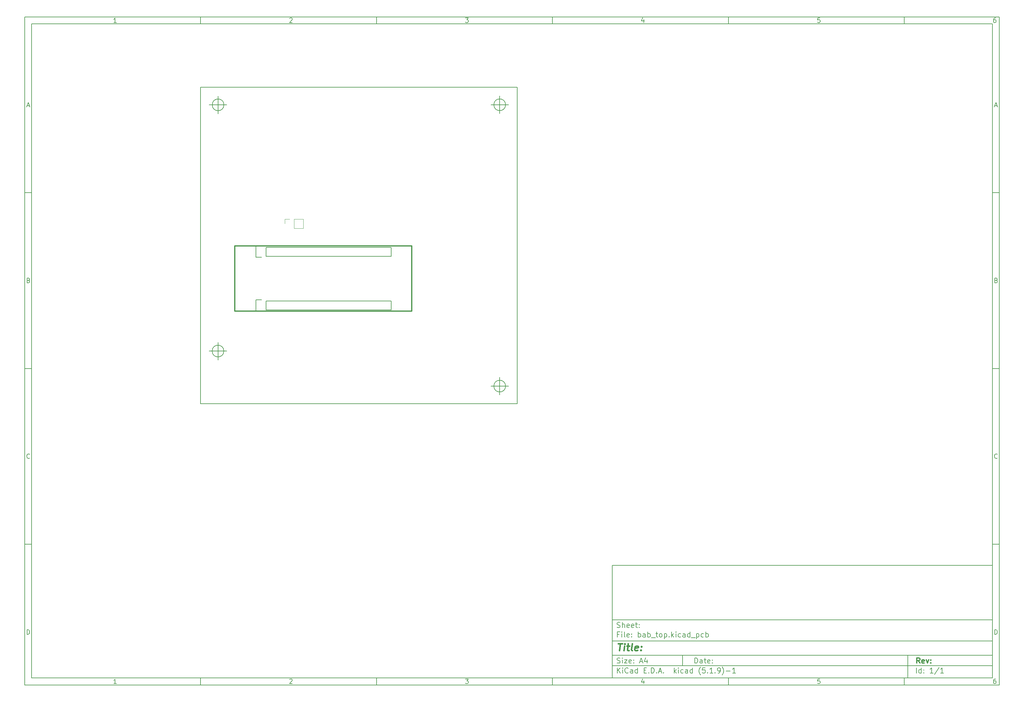
<source format=gbr>
G04 #@! TF.GenerationSoftware,KiCad,Pcbnew,(5.1.9)-1*
G04 #@! TF.CreationDate,2021-04-11T12:34:01+02:00*
G04 #@! TF.ProjectId,bab_top,6261625f-746f-4702-9e6b-696361645f70,rev?*
G04 #@! TF.SameCoordinates,Original*
G04 #@! TF.FileFunction,Legend,Bot*
G04 #@! TF.FilePolarity,Positive*
%FSLAX46Y46*%
G04 Gerber Fmt 4.6, Leading zero omitted, Abs format (unit mm)*
G04 Created by KiCad (PCBNEW (5.1.9)-1) date 2021-04-11 12:34:01*
%MOMM*%
%LPD*%
G01*
G04 APERTURE LIST*
%ADD10C,0.100000*%
%ADD11C,0.150000*%
%ADD12C,0.300000*%
%ADD13C,0.400000*%
G04 #@! TA.AperFunction,Profile*
%ADD14C,0.150000*%
G04 #@! TD*
%ADD15C,0.120000*%
G04 APERTURE END LIST*
D10*
D11*
X177002200Y-166007200D02*
X177002200Y-198007200D01*
X285002200Y-198007200D01*
X285002200Y-166007200D01*
X177002200Y-166007200D01*
D10*
D11*
X10000000Y-10000000D02*
X10000000Y-200007200D01*
X287002200Y-200007200D01*
X287002200Y-10000000D01*
X10000000Y-10000000D01*
D10*
D11*
X12000000Y-12000000D02*
X12000000Y-198007200D01*
X285002200Y-198007200D01*
X285002200Y-12000000D01*
X12000000Y-12000000D01*
D10*
D11*
X60000000Y-12000000D02*
X60000000Y-10000000D01*
D10*
D11*
X110000000Y-12000000D02*
X110000000Y-10000000D01*
D10*
D11*
X160000000Y-12000000D02*
X160000000Y-10000000D01*
D10*
D11*
X210000000Y-12000000D02*
X210000000Y-10000000D01*
D10*
D11*
X260000000Y-12000000D02*
X260000000Y-10000000D01*
D10*
D11*
X36065476Y-11588095D02*
X35322619Y-11588095D01*
X35694047Y-11588095D02*
X35694047Y-10288095D01*
X35570238Y-10473809D01*
X35446428Y-10597619D01*
X35322619Y-10659523D01*
D10*
D11*
X85322619Y-10411904D02*
X85384523Y-10350000D01*
X85508333Y-10288095D01*
X85817857Y-10288095D01*
X85941666Y-10350000D01*
X86003571Y-10411904D01*
X86065476Y-10535714D01*
X86065476Y-10659523D01*
X86003571Y-10845238D01*
X85260714Y-11588095D01*
X86065476Y-11588095D01*
D10*
D11*
X135260714Y-10288095D02*
X136065476Y-10288095D01*
X135632142Y-10783333D01*
X135817857Y-10783333D01*
X135941666Y-10845238D01*
X136003571Y-10907142D01*
X136065476Y-11030952D01*
X136065476Y-11340476D01*
X136003571Y-11464285D01*
X135941666Y-11526190D01*
X135817857Y-11588095D01*
X135446428Y-11588095D01*
X135322619Y-11526190D01*
X135260714Y-11464285D01*
D10*
D11*
X185941666Y-10721428D02*
X185941666Y-11588095D01*
X185632142Y-10226190D02*
X185322619Y-11154761D01*
X186127380Y-11154761D01*
D10*
D11*
X236003571Y-10288095D02*
X235384523Y-10288095D01*
X235322619Y-10907142D01*
X235384523Y-10845238D01*
X235508333Y-10783333D01*
X235817857Y-10783333D01*
X235941666Y-10845238D01*
X236003571Y-10907142D01*
X236065476Y-11030952D01*
X236065476Y-11340476D01*
X236003571Y-11464285D01*
X235941666Y-11526190D01*
X235817857Y-11588095D01*
X235508333Y-11588095D01*
X235384523Y-11526190D01*
X235322619Y-11464285D01*
D10*
D11*
X285941666Y-10288095D02*
X285694047Y-10288095D01*
X285570238Y-10350000D01*
X285508333Y-10411904D01*
X285384523Y-10597619D01*
X285322619Y-10845238D01*
X285322619Y-11340476D01*
X285384523Y-11464285D01*
X285446428Y-11526190D01*
X285570238Y-11588095D01*
X285817857Y-11588095D01*
X285941666Y-11526190D01*
X286003571Y-11464285D01*
X286065476Y-11340476D01*
X286065476Y-11030952D01*
X286003571Y-10907142D01*
X285941666Y-10845238D01*
X285817857Y-10783333D01*
X285570238Y-10783333D01*
X285446428Y-10845238D01*
X285384523Y-10907142D01*
X285322619Y-11030952D01*
D10*
D11*
X60000000Y-198007200D02*
X60000000Y-200007200D01*
D10*
D11*
X110000000Y-198007200D02*
X110000000Y-200007200D01*
D10*
D11*
X160000000Y-198007200D02*
X160000000Y-200007200D01*
D10*
D11*
X210000000Y-198007200D02*
X210000000Y-200007200D01*
D10*
D11*
X260000000Y-198007200D02*
X260000000Y-200007200D01*
D10*
D11*
X36065476Y-199595295D02*
X35322619Y-199595295D01*
X35694047Y-199595295D02*
X35694047Y-198295295D01*
X35570238Y-198481009D01*
X35446428Y-198604819D01*
X35322619Y-198666723D01*
D10*
D11*
X85322619Y-198419104D02*
X85384523Y-198357200D01*
X85508333Y-198295295D01*
X85817857Y-198295295D01*
X85941666Y-198357200D01*
X86003571Y-198419104D01*
X86065476Y-198542914D01*
X86065476Y-198666723D01*
X86003571Y-198852438D01*
X85260714Y-199595295D01*
X86065476Y-199595295D01*
D10*
D11*
X135260714Y-198295295D02*
X136065476Y-198295295D01*
X135632142Y-198790533D01*
X135817857Y-198790533D01*
X135941666Y-198852438D01*
X136003571Y-198914342D01*
X136065476Y-199038152D01*
X136065476Y-199347676D01*
X136003571Y-199471485D01*
X135941666Y-199533390D01*
X135817857Y-199595295D01*
X135446428Y-199595295D01*
X135322619Y-199533390D01*
X135260714Y-199471485D01*
D10*
D11*
X185941666Y-198728628D02*
X185941666Y-199595295D01*
X185632142Y-198233390D02*
X185322619Y-199161961D01*
X186127380Y-199161961D01*
D10*
D11*
X236003571Y-198295295D02*
X235384523Y-198295295D01*
X235322619Y-198914342D01*
X235384523Y-198852438D01*
X235508333Y-198790533D01*
X235817857Y-198790533D01*
X235941666Y-198852438D01*
X236003571Y-198914342D01*
X236065476Y-199038152D01*
X236065476Y-199347676D01*
X236003571Y-199471485D01*
X235941666Y-199533390D01*
X235817857Y-199595295D01*
X235508333Y-199595295D01*
X235384523Y-199533390D01*
X235322619Y-199471485D01*
D10*
D11*
X285941666Y-198295295D02*
X285694047Y-198295295D01*
X285570238Y-198357200D01*
X285508333Y-198419104D01*
X285384523Y-198604819D01*
X285322619Y-198852438D01*
X285322619Y-199347676D01*
X285384523Y-199471485D01*
X285446428Y-199533390D01*
X285570238Y-199595295D01*
X285817857Y-199595295D01*
X285941666Y-199533390D01*
X286003571Y-199471485D01*
X286065476Y-199347676D01*
X286065476Y-199038152D01*
X286003571Y-198914342D01*
X285941666Y-198852438D01*
X285817857Y-198790533D01*
X285570238Y-198790533D01*
X285446428Y-198852438D01*
X285384523Y-198914342D01*
X285322619Y-199038152D01*
D10*
D11*
X10000000Y-60000000D02*
X12000000Y-60000000D01*
D10*
D11*
X10000000Y-110000000D02*
X12000000Y-110000000D01*
D10*
D11*
X10000000Y-160000000D02*
X12000000Y-160000000D01*
D10*
D11*
X10690476Y-35216666D02*
X11309523Y-35216666D01*
X10566666Y-35588095D02*
X11000000Y-34288095D01*
X11433333Y-35588095D01*
D10*
D11*
X11092857Y-84907142D02*
X11278571Y-84969047D01*
X11340476Y-85030952D01*
X11402380Y-85154761D01*
X11402380Y-85340476D01*
X11340476Y-85464285D01*
X11278571Y-85526190D01*
X11154761Y-85588095D01*
X10659523Y-85588095D01*
X10659523Y-84288095D01*
X11092857Y-84288095D01*
X11216666Y-84350000D01*
X11278571Y-84411904D01*
X11340476Y-84535714D01*
X11340476Y-84659523D01*
X11278571Y-84783333D01*
X11216666Y-84845238D01*
X11092857Y-84907142D01*
X10659523Y-84907142D01*
D10*
D11*
X11402380Y-135464285D02*
X11340476Y-135526190D01*
X11154761Y-135588095D01*
X11030952Y-135588095D01*
X10845238Y-135526190D01*
X10721428Y-135402380D01*
X10659523Y-135278571D01*
X10597619Y-135030952D01*
X10597619Y-134845238D01*
X10659523Y-134597619D01*
X10721428Y-134473809D01*
X10845238Y-134350000D01*
X11030952Y-134288095D01*
X11154761Y-134288095D01*
X11340476Y-134350000D01*
X11402380Y-134411904D01*
D10*
D11*
X10659523Y-185588095D02*
X10659523Y-184288095D01*
X10969047Y-184288095D01*
X11154761Y-184350000D01*
X11278571Y-184473809D01*
X11340476Y-184597619D01*
X11402380Y-184845238D01*
X11402380Y-185030952D01*
X11340476Y-185278571D01*
X11278571Y-185402380D01*
X11154761Y-185526190D01*
X10969047Y-185588095D01*
X10659523Y-185588095D01*
D10*
D11*
X287002200Y-60000000D02*
X285002200Y-60000000D01*
D10*
D11*
X287002200Y-110000000D02*
X285002200Y-110000000D01*
D10*
D11*
X287002200Y-160000000D02*
X285002200Y-160000000D01*
D10*
D11*
X285692676Y-35216666D02*
X286311723Y-35216666D01*
X285568866Y-35588095D02*
X286002200Y-34288095D01*
X286435533Y-35588095D01*
D10*
D11*
X286095057Y-84907142D02*
X286280771Y-84969047D01*
X286342676Y-85030952D01*
X286404580Y-85154761D01*
X286404580Y-85340476D01*
X286342676Y-85464285D01*
X286280771Y-85526190D01*
X286156961Y-85588095D01*
X285661723Y-85588095D01*
X285661723Y-84288095D01*
X286095057Y-84288095D01*
X286218866Y-84350000D01*
X286280771Y-84411904D01*
X286342676Y-84535714D01*
X286342676Y-84659523D01*
X286280771Y-84783333D01*
X286218866Y-84845238D01*
X286095057Y-84907142D01*
X285661723Y-84907142D01*
D10*
D11*
X286404580Y-135464285D02*
X286342676Y-135526190D01*
X286156961Y-135588095D01*
X286033152Y-135588095D01*
X285847438Y-135526190D01*
X285723628Y-135402380D01*
X285661723Y-135278571D01*
X285599819Y-135030952D01*
X285599819Y-134845238D01*
X285661723Y-134597619D01*
X285723628Y-134473809D01*
X285847438Y-134350000D01*
X286033152Y-134288095D01*
X286156961Y-134288095D01*
X286342676Y-134350000D01*
X286404580Y-134411904D01*
D10*
D11*
X285661723Y-185588095D02*
X285661723Y-184288095D01*
X285971247Y-184288095D01*
X286156961Y-184350000D01*
X286280771Y-184473809D01*
X286342676Y-184597619D01*
X286404580Y-184845238D01*
X286404580Y-185030952D01*
X286342676Y-185278571D01*
X286280771Y-185402380D01*
X286156961Y-185526190D01*
X285971247Y-185588095D01*
X285661723Y-185588095D01*
D10*
D11*
X200434342Y-193785771D02*
X200434342Y-192285771D01*
X200791485Y-192285771D01*
X201005771Y-192357200D01*
X201148628Y-192500057D01*
X201220057Y-192642914D01*
X201291485Y-192928628D01*
X201291485Y-193142914D01*
X201220057Y-193428628D01*
X201148628Y-193571485D01*
X201005771Y-193714342D01*
X200791485Y-193785771D01*
X200434342Y-193785771D01*
X202577200Y-193785771D02*
X202577200Y-193000057D01*
X202505771Y-192857200D01*
X202362914Y-192785771D01*
X202077200Y-192785771D01*
X201934342Y-192857200D01*
X202577200Y-193714342D02*
X202434342Y-193785771D01*
X202077200Y-193785771D01*
X201934342Y-193714342D01*
X201862914Y-193571485D01*
X201862914Y-193428628D01*
X201934342Y-193285771D01*
X202077200Y-193214342D01*
X202434342Y-193214342D01*
X202577200Y-193142914D01*
X203077200Y-192785771D02*
X203648628Y-192785771D01*
X203291485Y-192285771D02*
X203291485Y-193571485D01*
X203362914Y-193714342D01*
X203505771Y-193785771D01*
X203648628Y-193785771D01*
X204720057Y-193714342D02*
X204577200Y-193785771D01*
X204291485Y-193785771D01*
X204148628Y-193714342D01*
X204077200Y-193571485D01*
X204077200Y-193000057D01*
X204148628Y-192857200D01*
X204291485Y-192785771D01*
X204577200Y-192785771D01*
X204720057Y-192857200D01*
X204791485Y-193000057D01*
X204791485Y-193142914D01*
X204077200Y-193285771D01*
X205434342Y-193642914D02*
X205505771Y-193714342D01*
X205434342Y-193785771D01*
X205362914Y-193714342D01*
X205434342Y-193642914D01*
X205434342Y-193785771D01*
X205434342Y-192857200D02*
X205505771Y-192928628D01*
X205434342Y-193000057D01*
X205362914Y-192928628D01*
X205434342Y-192857200D01*
X205434342Y-193000057D01*
D10*
D11*
X177002200Y-194507200D02*
X285002200Y-194507200D01*
D10*
D11*
X178434342Y-196585771D02*
X178434342Y-195085771D01*
X179291485Y-196585771D02*
X178648628Y-195728628D01*
X179291485Y-195085771D02*
X178434342Y-195942914D01*
X179934342Y-196585771D02*
X179934342Y-195585771D01*
X179934342Y-195085771D02*
X179862914Y-195157200D01*
X179934342Y-195228628D01*
X180005771Y-195157200D01*
X179934342Y-195085771D01*
X179934342Y-195228628D01*
X181505771Y-196442914D02*
X181434342Y-196514342D01*
X181220057Y-196585771D01*
X181077200Y-196585771D01*
X180862914Y-196514342D01*
X180720057Y-196371485D01*
X180648628Y-196228628D01*
X180577200Y-195942914D01*
X180577200Y-195728628D01*
X180648628Y-195442914D01*
X180720057Y-195300057D01*
X180862914Y-195157200D01*
X181077200Y-195085771D01*
X181220057Y-195085771D01*
X181434342Y-195157200D01*
X181505771Y-195228628D01*
X182791485Y-196585771D02*
X182791485Y-195800057D01*
X182720057Y-195657200D01*
X182577200Y-195585771D01*
X182291485Y-195585771D01*
X182148628Y-195657200D01*
X182791485Y-196514342D02*
X182648628Y-196585771D01*
X182291485Y-196585771D01*
X182148628Y-196514342D01*
X182077200Y-196371485D01*
X182077200Y-196228628D01*
X182148628Y-196085771D01*
X182291485Y-196014342D01*
X182648628Y-196014342D01*
X182791485Y-195942914D01*
X184148628Y-196585771D02*
X184148628Y-195085771D01*
X184148628Y-196514342D02*
X184005771Y-196585771D01*
X183720057Y-196585771D01*
X183577200Y-196514342D01*
X183505771Y-196442914D01*
X183434342Y-196300057D01*
X183434342Y-195871485D01*
X183505771Y-195728628D01*
X183577200Y-195657200D01*
X183720057Y-195585771D01*
X184005771Y-195585771D01*
X184148628Y-195657200D01*
X186005771Y-195800057D02*
X186505771Y-195800057D01*
X186720057Y-196585771D02*
X186005771Y-196585771D01*
X186005771Y-195085771D01*
X186720057Y-195085771D01*
X187362914Y-196442914D02*
X187434342Y-196514342D01*
X187362914Y-196585771D01*
X187291485Y-196514342D01*
X187362914Y-196442914D01*
X187362914Y-196585771D01*
X188077200Y-196585771D02*
X188077200Y-195085771D01*
X188434342Y-195085771D01*
X188648628Y-195157200D01*
X188791485Y-195300057D01*
X188862914Y-195442914D01*
X188934342Y-195728628D01*
X188934342Y-195942914D01*
X188862914Y-196228628D01*
X188791485Y-196371485D01*
X188648628Y-196514342D01*
X188434342Y-196585771D01*
X188077200Y-196585771D01*
X189577200Y-196442914D02*
X189648628Y-196514342D01*
X189577200Y-196585771D01*
X189505771Y-196514342D01*
X189577200Y-196442914D01*
X189577200Y-196585771D01*
X190220057Y-196157200D02*
X190934342Y-196157200D01*
X190077200Y-196585771D02*
X190577200Y-195085771D01*
X191077200Y-196585771D01*
X191577200Y-196442914D02*
X191648628Y-196514342D01*
X191577200Y-196585771D01*
X191505771Y-196514342D01*
X191577200Y-196442914D01*
X191577200Y-196585771D01*
X194577200Y-196585771D02*
X194577200Y-195085771D01*
X194720057Y-196014342D02*
X195148628Y-196585771D01*
X195148628Y-195585771D02*
X194577200Y-196157200D01*
X195791485Y-196585771D02*
X195791485Y-195585771D01*
X195791485Y-195085771D02*
X195720057Y-195157200D01*
X195791485Y-195228628D01*
X195862914Y-195157200D01*
X195791485Y-195085771D01*
X195791485Y-195228628D01*
X197148628Y-196514342D02*
X197005771Y-196585771D01*
X196720057Y-196585771D01*
X196577200Y-196514342D01*
X196505771Y-196442914D01*
X196434342Y-196300057D01*
X196434342Y-195871485D01*
X196505771Y-195728628D01*
X196577200Y-195657200D01*
X196720057Y-195585771D01*
X197005771Y-195585771D01*
X197148628Y-195657200D01*
X198434342Y-196585771D02*
X198434342Y-195800057D01*
X198362914Y-195657200D01*
X198220057Y-195585771D01*
X197934342Y-195585771D01*
X197791485Y-195657200D01*
X198434342Y-196514342D02*
X198291485Y-196585771D01*
X197934342Y-196585771D01*
X197791485Y-196514342D01*
X197720057Y-196371485D01*
X197720057Y-196228628D01*
X197791485Y-196085771D01*
X197934342Y-196014342D01*
X198291485Y-196014342D01*
X198434342Y-195942914D01*
X199791485Y-196585771D02*
X199791485Y-195085771D01*
X199791485Y-196514342D02*
X199648628Y-196585771D01*
X199362914Y-196585771D01*
X199220057Y-196514342D01*
X199148628Y-196442914D01*
X199077200Y-196300057D01*
X199077200Y-195871485D01*
X199148628Y-195728628D01*
X199220057Y-195657200D01*
X199362914Y-195585771D01*
X199648628Y-195585771D01*
X199791485Y-195657200D01*
X202077200Y-197157200D02*
X202005771Y-197085771D01*
X201862914Y-196871485D01*
X201791485Y-196728628D01*
X201720057Y-196514342D01*
X201648628Y-196157200D01*
X201648628Y-195871485D01*
X201720057Y-195514342D01*
X201791485Y-195300057D01*
X201862914Y-195157200D01*
X202005771Y-194942914D01*
X202077200Y-194871485D01*
X203362914Y-195085771D02*
X202648628Y-195085771D01*
X202577200Y-195800057D01*
X202648628Y-195728628D01*
X202791485Y-195657200D01*
X203148628Y-195657200D01*
X203291485Y-195728628D01*
X203362914Y-195800057D01*
X203434342Y-195942914D01*
X203434342Y-196300057D01*
X203362914Y-196442914D01*
X203291485Y-196514342D01*
X203148628Y-196585771D01*
X202791485Y-196585771D01*
X202648628Y-196514342D01*
X202577200Y-196442914D01*
X204077200Y-196442914D02*
X204148628Y-196514342D01*
X204077200Y-196585771D01*
X204005771Y-196514342D01*
X204077200Y-196442914D01*
X204077200Y-196585771D01*
X205577200Y-196585771D02*
X204720057Y-196585771D01*
X205148628Y-196585771D02*
X205148628Y-195085771D01*
X205005771Y-195300057D01*
X204862914Y-195442914D01*
X204720057Y-195514342D01*
X206220057Y-196442914D02*
X206291485Y-196514342D01*
X206220057Y-196585771D01*
X206148628Y-196514342D01*
X206220057Y-196442914D01*
X206220057Y-196585771D01*
X207005771Y-196585771D02*
X207291485Y-196585771D01*
X207434342Y-196514342D01*
X207505771Y-196442914D01*
X207648628Y-196228628D01*
X207720057Y-195942914D01*
X207720057Y-195371485D01*
X207648628Y-195228628D01*
X207577200Y-195157200D01*
X207434342Y-195085771D01*
X207148628Y-195085771D01*
X207005771Y-195157200D01*
X206934342Y-195228628D01*
X206862914Y-195371485D01*
X206862914Y-195728628D01*
X206934342Y-195871485D01*
X207005771Y-195942914D01*
X207148628Y-196014342D01*
X207434342Y-196014342D01*
X207577200Y-195942914D01*
X207648628Y-195871485D01*
X207720057Y-195728628D01*
X208220057Y-197157200D02*
X208291485Y-197085771D01*
X208434342Y-196871485D01*
X208505771Y-196728628D01*
X208577200Y-196514342D01*
X208648628Y-196157200D01*
X208648628Y-195871485D01*
X208577200Y-195514342D01*
X208505771Y-195300057D01*
X208434342Y-195157200D01*
X208291485Y-194942914D01*
X208220057Y-194871485D01*
X209362914Y-196014342D02*
X210505771Y-196014342D01*
X212005771Y-196585771D02*
X211148628Y-196585771D01*
X211577200Y-196585771D02*
X211577200Y-195085771D01*
X211434342Y-195300057D01*
X211291485Y-195442914D01*
X211148628Y-195514342D01*
D10*
D11*
X177002200Y-191507200D02*
X285002200Y-191507200D01*
D10*
D12*
X264411485Y-193785771D02*
X263911485Y-193071485D01*
X263554342Y-193785771D02*
X263554342Y-192285771D01*
X264125771Y-192285771D01*
X264268628Y-192357200D01*
X264340057Y-192428628D01*
X264411485Y-192571485D01*
X264411485Y-192785771D01*
X264340057Y-192928628D01*
X264268628Y-193000057D01*
X264125771Y-193071485D01*
X263554342Y-193071485D01*
X265625771Y-193714342D02*
X265482914Y-193785771D01*
X265197200Y-193785771D01*
X265054342Y-193714342D01*
X264982914Y-193571485D01*
X264982914Y-193000057D01*
X265054342Y-192857200D01*
X265197200Y-192785771D01*
X265482914Y-192785771D01*
X265625771Y-192857200D01*
X265697200Y-193000057D01*
X265697200Y-193142914D01*
X264982914Y-193285771D01*
X266197200Y-192785771D02*
X266554342Y-193785771D01*
X266911485Y-192785771D01*
X267482914Y-193642914D02*
X267554342Y-193714342D01*
X267482914Y-193785771D01*
X267411485Y-193714342D01*
X267482914Y-193642914D01*
X267482914Y-193785771D01*
X267482914Y-192857200D02*
X267554342Y-192928628D01*
X267482914Y-193000057D01*
X267411485Y-192928628D01*
X267482914Y-192857200D01*
X267482914Y-193000057D01*
D10*
D11*
X178362914Y-193714342D02*
X178577200Y-193785771D01*
X178934342Y-193785771D01*
X179077200Y-193714342D01*
X179148628Y-193642914D01*
X179220057Y-193500057D01*
X179220057Y-193357200D01*
X179148628Y-193214342D01*
X179077200Y-193142914D01*
X178934342Y-193071485D01*
X178648628Y-193000057D01*
X178505771Y-192928628D01*
X178434342Y-192857200D01*
X178362914Y-192714342D01*
X178362914Y-192571485D01*
X178434342Y-192428628D01*
X178505771Y-192357200D01*
X178648628Y-192285771D01*
X179005771Y-192285771D01*
X179220057Y-192357200D01*
X179862914Y-193785771D02*
X179862914Y-192785771D01*
X179862914Y-192285771D02*
X179791485Y-192357200D01*
X179862914Y-192428628D01*
X179934342Y-192357200D01*
X179862914Y-192285771D01*
X179862914Y-192428628D01*
X180434342Y-192785771D02*
X181220057Y-192785771D01*
X180434342Y-193785771D01*
X181220057Y-193785771D01*
X182362914Y-193714342D02*
X182220057Y-193785771D01*
X181934342Y-193785771D01*
X181791485Y-193714342D01*
X181720057Y-193571485D01*
X181720057Y-193000057D01*
X181791485Y-192857200D01*
X181934342Y-192785771D01*
X182220057Y-192785771D01*
X182362914Y-192857200D01*
X182434342Y-193000057D01*
X182434342Y-193142914D01*
X181720057Y-193285771D01*
X183077200Y-193642914D02*
X183148628Y-193714342D01*
X183077200Y-193785771D01*
X183005771Y-193714342D01*
X183077200Y-193642914D01*
X183077200Y-193785771D01*
X183077200Y-192857200D02*
X183148628Y-192928628D01*
X183077200Y-193000057D01*
X183005771Y-192928628D01*
X183077200Y-192857200D01*
X183077200Y-193000057D01*
X184862914Y-193357200D02*
X185577200Y-193357200D01*
X184720057Y-193785771D02*
X185220057Y-192285771D01*
X185720057Y-193785771D01*
X186862914Y-192785771D02*
X186862914Y-193785771D01*
X186505771Y-192214342D02*
X186148628Y-193285771D01*
X187077200Y-193285771D01*
D10*
D11*
X263434342Y-196585771D02*
X263434342Y-195085771D01*
X264791485Y-196585771D02*
X264791485Y-195085771D01*
X264791485Y-196514342D02*
X264648628Y-196585771D01*
X264362914Y-196585771D01*
X264220057Y-196514342D01*
X264148628Y-196442914D01*
X264077200Y-196300057D01*
X264077200Y-195871485D01*
X264148628Y-195728628D01*
X264220057Y-195657200D01*
X264362914Y-195585771D01*
X264648628Y-195585771D01*
X264791485Y-195657200D01*
X265505771Y-196442914D02*
X265577200Y-196514342D01*
X265505771Y-196585771D01*
X265434342Y-196514342D01*
X265505771Y-196442914D01*
X265505771Y-196585771D01*
X265505771Y-195657200D02*
X265577200Y-195728628D01*
X265505771Y-195800057D01*
X265434342Y-195728628D01*
X265505771Y-195657200D01*
X265505771Y-195800057D01*
X268148628Y-196585771D02*
X267291485Y-196585771D01*
X267720057Y-196585771D02*
X267720057Y-195085771D01*
X267577200Y-195300057D01*
X267434342Y-195442914D01*
X267291485Y-195514342D01*
X269862914Y-195014342D02*
X268577200Y-196942914D01*
X271148628Y-196585771D02*
X270291485Y-196585771D01*
X270720057Y-196585771D02*
X270720057Y-195085771D01*
X270577200Y-195300057D01*
X270434342Y-195442914D01*
X270291485Y-195514342D01*
D10*
D11*
X177002200Y-187507200D02*
X285002200Y-187507200D01*
D10*
D13*
X178714580Y-188211961D02*
X179857438Y-188211961D01*
X179036009Y-190211961D02*
X179286009Y-188211961D01*
X180274104Y-190211961D02*
X180440771Y-188878628D01*
X180524104Y-188211961D02*
X180416961Y-188307200D01*
X180500295Y-188402438D01*
X180607438Y-188307200D01*
X180524104Y-188211961D01*
X180500295Y-188402438D01*
X181107438Y-188878628D02*
X181869342Y-188878628D01*
X181476485Y-188211961D02*
X181262200Y-189926247D01*
X181333628Y-190116723D01*
X181512200Y-190211961D01*
X181702676Y-190211961D01*
X182655057Y-190211961D02*
X182476485Y-190116723D01*
X182405057Y-189926247D01*
X182619342Y-188211961D01*
X184190771Y-190116723D02*
X183988390Y-190211961D01*
X183607438Y-190211961D01*
X183428866Y-190116723D01*
X183357438Y-189926247D01*
X183452676Y-189164342D01*
X183571723Y-188973866D01*
X183774104Y-188878628D01*
X184155057Y-188878628D01*
X184333628Y-188973866D01*
X184405057Y-189164342D01*
X184381247Y-189354819D01*
X183405057Y-189545295D01*
X185155057Y-190021485D02*
X185238390Y-190116723D01*
X185131247Y-190211961D01*
X185047914Y-190116723D01*
X185155057Y-190021485D01*
X185131247Y-190211961D01*
X185286009Y-188973866D02*
X185369342Y-189069104D01*
X185262200Y-189164342D01*
X185178866Y-189069104D01*
X185286009Y-188973866D01*
X185262200Y-189164342D01*
D10*
D11*
X178934342Y-185600057D02*
X178434342Y-185600057D01*
X178434342Y-186385771D02*
X178434342Y-184885771D01*
X179148628Y-184885771D01*
X179720057Y-186385771D02*
X179720057Y-185385771D01*
X179720057Y-184885771D02*
X179648628Y-184957200D01*
X179720057Y-185028628D01*
X179791485Y-184957200D01*
X179720057Y-184885771D01*
X179720057Y-185028628D01*
X180648628Y-186385771D02*
X180505771Y-186314342D01*
X180434342Y-186171485D01*
X180434342Y-184885771D01*
X181791485Y-186314342D02*
X181648628Y-186385771D01*
X181362914Y-186385771D01*
X181220057Y-186314342D01*
X181148628Y-186171485D01*
X181148628Y-185600057D01*
X181220057Y-185457200D01*
X181362914Y-185385771D01*
X181648628Y-185385771D01*
X181791485Y-185457200D01*
X181862914Y-185600057D01*
X181862914Y-185742914D01*
X181148628Y-185885771D01*
X182505771Y-186242914D02*
X182577200Y-186314342D01*
X182505771Y-186385771D01*
X182434342Y-186314342D01*
X182505771Y-186242914D01*
X182505771Y-186385771D01*
X182505771Y-185457200D02*
X182577200Y-185528628D01*
X182505771Y-185600057D01*
X182434342Y-185528628D01*
X182505771Y-185457200D01*
X182505771Y-185600057D01*
X184362914Y-186385771D02*
X184362914Y-184885771D01*
X184362914Y-185457200D02*
X184505771Y-185385771D01*
X184791485Y-185385771D01*
X184934342Y-185457200D01*
X185005771Y-185528628D01*
X185077200Y-185671485D01*
X185077200Y-186100057D01*
X185005771Y-186242914D01*
X184934342Y-186314342D01*
X184791485Y-186385771D01*
X184505771Y-186385771D01*
X184362914Y-186314342D01*
X186362914Y-186385771D02*
X186362914Y-185600057D01*
X186291485Y-185457200D01*
X186148628Y-185385771D01*
X185862914Y-185385771D01*
X185720057Y-185457200D01*
X186362914Y-186314342D02*
X186220057Y-186385771D01*
X185862914Y-186385771D01*
X185720057Y-186314342D01*
X185648628Y-186171485D01*
X185648628Y-186028628D01*
X185720057Y-185885771D01*
X185862914Y-185814342D01*
X186220057Y-185814342D01*
X186362914Y-185742914D01*
X187077200Y-186385771D02*
X187077200Y-184885771D01*
X187077200Y-185457200D02*
X187220057Y-185385771D01*
X187505771Y-185385771D01*
X187648628Y-185457200D01*
X187720057Y-185528628D01*
X187791485Y-185671485D01*
X187791485Y-186100057D01*
X187720057Y-186242914D01*
X187648628Y-186314342D01*
X187505771Y-186385771D01*
X187220057Y-186385771D01*
X187077200Y-186314342D01*
X188077200Y-186528628D02*
X189220057Y-186528628D01*
X189362914Y-185385771D02*
X189934342Y-185385771D01*
X189577200Y-184885771D02*
X189577200Y-186171485D01*
X189648628Y-186314342D01*
X189791485Y-186385771D01*
X189934342Y-186385771D01*
X190648628Y-186385771D02*
X190505771Y-186314342D01*
X190434342Y-186242914D01*
X190362914Y-186100057D01*
X190362914Y-185671485D01*
X190434342Y-185528628D01*
X190505771Y-185457200D01*
X190648628Y-185385771D01*
X190862914Y-185385771D01*
X191005771Y-185457200D01*
X191077200Y-185528628D01*
X191148628Y-185671485D01*
X191148628Y-186100057D01*
X191077200Y-186242914D01*
X191005771Y-186314342D01*
X190862914Y-186385771D01*
X190648628Y-186385771D01*
X191791485Y-185385771D02*
X191791485Y-186885771D01*
X191791485Y-185457200D02*
X191934342Y-185385771D01*
X192220057Y-185385771D01*
X192362914Y-185457200D01*
X192434342Y-185528628D01*
X192505771Y-185671485D01*
X192505771Y-186100057D01*
X192434342Y-186242914D01*
X192362914Y-186314342D01*
X192220057Y-186385771D01*
X191934342Y-186385771D01*
X191791485Y-186314342D01*
X193148628Y-186242914D02*
X193220057Y-186314342D01*
X193148628Y-186385771D01*
X193077200Y-186314342D01*
X193148628Y-186242914D01*
X193148628Y-186385771D01*
X193862914Y-186385771D02*
X193862914Y-184885771D01*
X194005771Y-185814342D02*
X194434342Y-186385771D01*
X194434342Y-185385771D02*
X193862914Y-185957200D01*
X195077200Y-186385771D02*
X195077200Y-185385771D01*
X195077200Y-184885771D02*
X195005771Y-184957200D01*
X195077200Y-185028628D01*
X195148628Y-184957200D01*
X195077200Y-184885771D01*
X195077200Y-185028628D01*
X196434342Y-186314342D02*
X196291485Y-186385771D01*
X196005771Y-186385771D01*
X195862914Y-186314342D01*
X195791485Y-186242914D01*
X195720057Y-186100057D01*
X195720057Y-185671485D01*
X195791485Y-185528628D01*
X195862914Y-185457200D01*
X196005771Y-185385771D01*
X196291485Y-185385771D01*
X196434342Y-185457200D01*
X197720057Y-186385771D02*
X197720057Y-185600057D01*
X197648628Y-185457200D01*
X197505771Y-185385771D01*
X197220057Y-185385771D01*
X197077200Y-185457200D01*
X197720057Y-186314342D02*
X197577200Y-186385771D01*
X197220057Y-186385771D01*
X197077200Y-186314342D01*
X197005771Y-186171485D01*
X197005771Y-186028628D01*
X197077200Y-185885771D01*
X197220057Y-185814342D01*
X197577200Y-185814342D01*
X197720057Y-185742914D01*
X199077200Y-186385771D02*
X199077200Y-184885771D01*
X199077200Y-186314342D02*
X198934342Y-186385771D01*
X198648628Y-186385771D01*
X198505771Y-186314342D01*
X198434342Y-186242914D01*
X198362914Y-186100057D01*
X198362914Y-185671485D01*
X198434342Y-185528628D01*
X198505771Y-185457200D01*
X198648628Y-185385771D01*
X198934342Y-185385771D01*
X199077200Y-185457200D01*
X199434342Y-186528628D02*
X200577200Y-186528628D01*
X200934342Y-185385771D02*
X200934342Y-186885771D01*
X200934342Y-185457200D02*
X201077200Y-185385771D01*
X201362914Y-185385771D01*
X201505771Y-185457200D01*
X201577200Y-185528628D01*
X201648628Y-185671485D01*
X201648628Y-186100057D01*
X201577200Y-186242914D01*
X201505771Y-186314342D01*
X201362914Y-186385771D01*
X201077200Y-186385771D01*
X200934342Y-186314342D01*
X202934342Y-186314342D02*
X202791485Y-186385771D01*
X202505771Y-186385771D01*
X202362914Y-186314342D01*
X202291485Y-186242914D01*
X202220057Y-186100057D01*
X202220057Y-185671485D01*
X202291485Y-185528628D01*
X202362914Y-185457200D01*
X202505771Y-185385771D01*
X202791485Y-185385771D01*
X202934342Y-185457200D01*
X203577200Y-186385771D02*
X203577200Y-184885771D01*
X203577200Y-185457200D02*
X203720057Y-185385771D01*
X204005771Y-185385771D01*
X204148628Y-185457200D01*
X204220057Y-185528628D01*
X204291485Y-185671485D01*
X204291485Y-186100057D01*
X204220057Y-186242914D01*
X204148628Y-186314342D01*
X204005771Y-186385771D01*
X203720057Y-186385771D01*
X203577200Y-186314342D01*
D10*
D11*
X177002200Y-181507200D02*
X285002200Y-181507200D01*
D10*
D11*
X178362914Y-183614342D02*
X178577200Y-183685771D01*
X178934342Y-183685771D01*
X179077200Y-183614342D01*
X179148628Y-183542914D01*
X179220057Y-183400057D01*
X179220057Y-183257200D01*
X179148628Y-183114342D01*
X179077200Y-183042914D01*
X178934342Y-182971485D01*
X178648628Y-182900057D01*
X178505771Y-182828628D01*
X178434342Y-182757200D01*
X178362914Y-182614342D01*
X178362914Y-182471485D01*
X178434342Y-182328628D01*
X178505771Y-182257200D01*
X178648628Y-182185771D01*
X179005771Y-182185771D01*
X179220057Y-182257200D01*
X179862914Y-183685771D02*
X179862914Y-182185771D01*
X180505771Y-183685771D02*
X180505771Y-182900057D01*
X180434342Y-182757200D01*
X180291485Y-182685771D01*
X180077200Y-182685771D01*
X179934342Y-182757200D01*
X179862914Y-182828628D01*
X181791485Y-183614342D02*
X181648628Y-183685771D01*
X181362914Y-183685771D01*
X181220057Y-183614342D01*
X181148628Y-183471485D01*
X181148628Y-182900057D01*
X181220057Y-182757200D01*
X181362914Y-182685771D01*
X181648628Y-182685771D01*
X181791485Y-182757200D01*
X181862914Y-182900057D01*
X181862914Y-183042914D01*
X181148628Y-183185771D01*
X183077200Y-183614342D02*
X182934342Y-183685771D01*
X182648628Y-183685771D01*
X182505771Y-183614342D01*
X182434342Y-183471485D01*
X182434342Y-182900057D01*
X182505771Y-182757200D01*
X182648628Y-182685771D01*
X182934342Y-182685771D01*
X183077200Y-182757200D01*
X183148628Y-182900057D01*
X183148628Y-183042914D01*
X182434342Y-183185771D01*
X183577200Y-182685771D02*
X184148628Y-182685771D01*
X183791485Y-182185771D02*
X183791485Y-183471485D01*
X183862914Y-183614342D01*
X184005771Y-183685771D01*
X184148628Y-183685771D01*
X184648628Y-183542914D02*
X184720057Y-183614342D01*
X184648628Y-183685771D01*
X184577200Y-183614342D01*
X184648628Y-183542914D01*
X184648628Y-183685771D01*
X184648628Y-182757200D02*
X184720057Y-182828628D01*
X184648628Y-182900057D01*
X184577200Y-182828628D01*
X184648628Y-182757200D01*
X184648628Y-182900057D01*
D10*
D11*
X197002200Y-191507200D02*
X197002200Y-194507200D01*
D10*
D11*
X261002200Y-191507200D02*
X261002200Y-198007200D01*
D14*
X150000000Y-30000000D02*
X150000000Y-120000000D01*
X60000000Y-30000000D02*
X60000000Y-120000000D01*
X150000000Y-30000000D02*
X60000000Y-30000000D01*
X60000000Y-120000000D02*
X150000000Y-120000000D01*
X146666666Y-115000000D02*
G75*
G03*
X146666666Y-115000000I-1666666J0D01*
G01*
X142500000Y-115000000D02*
X147500000Y-115000000D01*
X145000000Y-112500000D02*
X145000000Y-117500000D01*
X66633903Y-35008759D02*
G75*
G03*
X66633903Y-35008759I-1666666J0D01*
G01*
X62467237Y-35008759D02*
X67467237Y-35008759D01*
X64967237Y-32508759D02*
X64967237Y-37508759D01*
X66605474Y-105026938D02*
G75*
G03*
X66605474Y-105026938I-1666666J0D01*
G01*
X62438808Y-105026938D02*
X67438808Y-105026938D01*
X64938808Y-102526938D02*
X64938808Y-107526938D01*
X146666666Y-34989010D02*
G75*
G03*
X146666666Y-34989010I-1666666J0D01*
G01*
X142500000Y-34989010D02*
X147500000Y-34989010D01*
X145000000Y-32489010D02*
X145000000Y-37489010D01*
D12*
X119970000Y-93690000D02*
X69680000Y-93690000D01*
X119970000Y-75150000D02*
X69680000Y-75150000D01*
X119970000Y-75150000D02*
X119970000Y-93690000D01*
X69680000Y-75150000D02*
X69680000Y-93690000D01*
D11*
X75750000Y-90490000D02*
X75750000Y-93590000D01*
X77300000Y-90490000D02*
X75750000Y-90490000D01*
X78570000Y-93310000D02*
X78570000Y-90770000D01*
X75750000Y-93590000D02*
X77300000Y-93590000D01*
X114130000Y-93310000D02*
X78570000Y-93310000D01*
X114130000Y-90770000D02*
X114130000Y-93310000D01*
X78570000Y-90770000D02*
X114130000Y-90770000D01*
X75750000Y-75250000D02*
X75750000Y-78350000D01*
X77300000Y-75250000D02*
X75750000Y-75250000D01*
X78570000Y-78070000D02*
X78570000Y-75530000D01*
X75750000Y-78350000D02*
X77300000Y-78350000D01*
X114130000Y-78070000D02*
X78570000Y-78070000D01*
X114130000Y-75530000D02*
X114130000Y-78070000D01*
X78570000Y-75530000D02*
X114130000Y-75530000D01*
D15*
X83970000Y-67470000D02*
X83970000Y-68800000D01*
X85300000Y-67470000D02*
X83970000Y-67470000D01*
X86570000Y-67470000D02*
X86570000Y-70130000D01*
X86570000Y-70130000D02*
X89170000Y-70130000D01*
X86570000Y-67470000D02*
X89170000Y-67470000D01*
X89170000Y-67470000D02*
X89170000Y-70130000D01*
M02*

</source>
